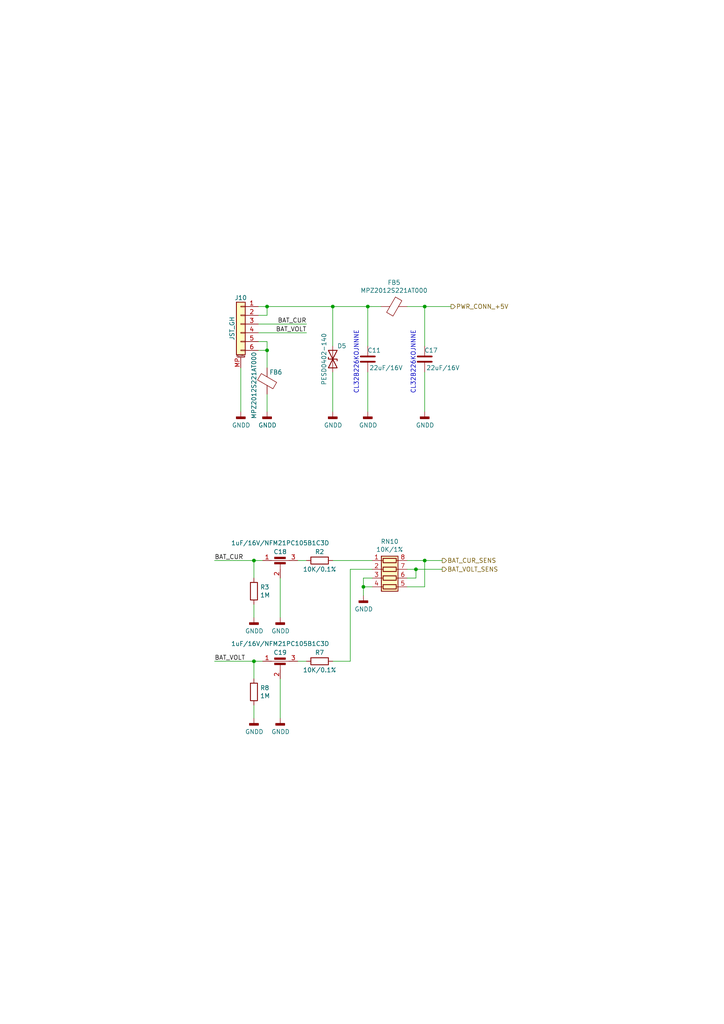
<source format=kicad_sch>
(kicad_sch (version 20211123) (generator eeschema)
  (paper "A4" portrait)
  (title_block (title "RasPi Zero NAV Hat") (date "2022-10-12") (rev "0.1") (company "chipiki.ru") (comment 1 "RasPi Zero NAV Hat") (comment 2 "Denis Tsekh"))
  (lib_symbols
    (symbol "Connector_Generic_MountingPin:Conn_01x06_MountingPin" (pin_names (offset 1.016) hide)
      (property "Reference" "J" (at 0 7.62 0))
      (property "Value" "Conn_01x06_MountingPin" (at 1.27 -10.16 0))
      (symbol "Conn_01x06_MountingPin_1_1"
        (rectangle (start -1.27 -7.493) (end 0 -7.747) (stroke (width 0.1524)))
        (rectangle (start -1.27 -4.953) (end 0 -5.207) (stroke (width 0.1524)))
        (rectangle (start -1.27 -2.413) (end 0 -2.667) (stroke (width 0.1524)))
        (rectangle (start -1.27 0.127) (end 0 -0.127) (stroke (width 0.1524)))
        (rectangle (start -1.27 2.667) (end 0 2.413) (stroke (width 0.1524)))
        (rectangle (start -1.27 5.207) (end 0 4.953) (stroke (width 0.1524)))
        (rectangle (start -1.27 6.35) (end 1.27 -8.89) (stroke (width 0.254)) (fill (type background)))
        (polyline (pts (xy -1.016 -9.652) (xy 1.016 -9.652)) (stroke (width 0.1524)))
        (text "Mounting" (at 0 -9.271 0) (effects (font (size 0.381 0.381))))
        (pin passive line (at -5.08 5.08 0) (length 3.81) (name "Pin_1") (number "1"))
        (pin passive line (at -5.08 2.54 0) (length 3.81) (name "Pin_2") (number "2"))
        (pin passive line (at -5.08 0 0) (length 3.81) (name "Pin_3") (number "3"))
        (pin passive line (at -5.08 -2.54 0) (length 3.81) (name "Pin_4") (number "4"))
        (pin passive line (at -5.08 -5.08 0) (length 3.81) (name "Pin_5") (number "5"))
        (pin passive line (at -5.08 -7.62 0) (length 3.81) (name "Pin_6") (number "6"))
        (pin passive line (at 0 -12.7 90) (length 3.048) (name "MountPin") (number "MP"))
      )
    )
    (symbol "Device:C" (pin_numbers hide) (pin_names (offset 0.254))
      (property "Reference" "C" (at 0.635 2.54 0))
      (property "Value" "C" (at 0.635 -2.54 0))
      (symbol "C_0_1"
        (polyline (pts (xy -2.032 -0.762) (xy 2.032 -0.762)) (stroke (width 0.508)))
        (polyline (pts (xy -2.032 0.762) (xy 2.032 0.762)) (stroke (width 0.508)))
      )
      (symbol "C_1_1"
        (pin passive line (at 0 3.81 270) (length 2.794) (name "~") (number "1"))
        (pin passive line (at 0 -3.81 90) (length 2.794) (name "~") (number "2"))
      )
    )
    (symbol "Device:C_Feedthrough" (pin_names (offset 0.254) hide)
      (property "Reference" "C" (at 0 7.62 0))
      (property "Value" "C_Feedthrough" (at 0 5.715 0))
      (symbol "C_Feedthrough_0_1"
        (rectangle (start -1.651 1.524) (end 1.524 2.032) (fill (type outline)))
        (polyline (pts (xy -2.54 2.54) (xy 2.54 2.54)))
        (polyline (pts (xy 0 0) (xy 0 1.778)))
        (rectangle (start 1.524 3.048) (end -1.651 3.556) (fill (type outline)))
      )
      (symbol "C_Feedthrough_1_1"
        (pin passive line (at -5.08 2.54 0) (length 2.54) (name "1") (number "1"))
        (pin passive line (at 0 -2.54 90) (length 2.54) (name "2") (number "2"))
        (pin passive line (at 5.08 2.54 180) (length 2.54) (name "3") (number "3"))
      )
    )
    (symbol "Device:D_TVS" (pin_numbers hide) (pin_names (offset 1.016) hide)
      (property "Reference" "D" (at 0 2.54 0))
      (property "Value" "D_TVS" (at 0 -2.54 0))
      (symbol "D_TVS_0_1"
        (polyline (pts (xy 1.27 0) (xy -1.27 0)))
        (polyline (pts (xy 0.508 1.27) (xy 0 1.27) (xy 0 -1.27) (xy -0.508 -1.27)) (stroke (width 0.254)))
        (polyline (pts (xy -2.54 1.27) (xy -2.54 -1.27) (xy 2.54 1.27) (xy 2.54 -1.27) (xy -2.54 1.27)) (stroke (width 0.254)))
      )
      (symbol "D_TVS_1_1"
        (pin passive line (at -3.81 0 0) (length 2.54) (name "A1") (number "1"))
        (pin passive line (at 3.81 0 180) (length 2.54) (name "A2") (number "2"))
      )
    )
    (symbol "Device:FerriteBead" (pin_numbers hide) (pin_names (offset 0))
      (property "Reference" "FB" (at -3.81 0.635 90))
      (property "Value" "FerriteBead" (at 3.81 0 90))
      (symbol "FerriteBead_0_1"
        (polyline (pts (xy 0 -1.27) (xy 0 -1.2192)))
        (polyline (pts (xy 0 1.27) (xy 0 1.2954)))
        (polyline (pts (xy -2.7686 0.4064) (xy -1.7018 2.2606) (xy 2.7686 -0.3048) (xy 1.6764 -2.159) (xy -2.7686 0.4064)))
      )
      (symbol "FerriteBead_1_1"
        (pin passive line (at 0 3.81 270) (length 2.54) (name "~") (number "1"))
        (pin passive line (at 0 -3.81 90) (length 2.54) (name "~") (number "2"))
      )
    )
    (symbol "Device:R" (pin_numbers hide) (pin_names (offset 0))
      (property "Reference" "R" (at 2.032 0 90))
      (property "Value" "R" (at 0 0 90))
      (symbol "R_0_1"
        (rectangle (start -1.016 -2.54) (end 1.016 2.54) (stroke (width 0.254)))
      )
      (symbol "R_1_1"
        (pin passive line (at 0 3.81 270) (length 1.27) (name "~") (number "1"))
        (pin passive line (at 0 -3.81 90) (length 1.27) (name "~") (number "2"))
      )
    )
    (symbol "Device:R_Pack04" (pin_names (offset 0) hide)
      (property "Reference" "RN" (at -7.62 0 90))
      (property "Value" "R_Pack04" (at 5.08 0 90))
      (symbol "R_Pack04_0_1"
        (rectangle (start -6.35 -2.413) (end 3.81 2.413) (stroke (width 0.254)) (fill (type background)))
        (rectangle (start -5.715 1.905) (end -4.445 -1.905) (stroke (width 0.254)))
        (rectangle (start -3.175 1.905) (end -1.905 -1.905) (stroke (width 0.254)))
        (rectangle (start -0.635 1.905) (end 0.635 -1.905) (stroke (width 0.254)))
        (polyline (pts (xy -5.08 -2.54) (xy -5.08 -1.905)))
        (polyline (pts (xy -5.08 1.905) (xy -5.08 2.54)))
        (polyline (pts (xy -2.54 -2.54) (xy -2.54 -1.905)))
        (polyline (pts (xy -2.54 1.905) (xy -2.54 2.54)))
        (polyline (pts (xy 0 -2.54) (xy 0 -1.905)))
        (polyline (pts (xy 0 1.905) (xy 0 2.54)))
        (polyline (pts (xy 2.54 -2.54) (xy 2.54 -1.905)))
        (polyline (pts (xy 2.54 1.905) (xy 2.54 2.54)))
        (rectangle (start 1.905 1.905) (end 3.175 -1.905) (stroke (width 0.254)))
      )
      (symbol "R_Pack04_1_1"
        (pin passive line (at -5.08 -5.08 90) (length 2.54) (name "R1.1") (number "1"))
        (pin passive line (at -2.54 -5.08 90) (length 2.54) (name "R2.1") (number "2"))
        (pin passive line (at 0 -5.08 90) (length 2.54) (name "R3.1") (number "3"))
        (pin passive line (at 2.54 -5.08 90) (length 2.54) (name "R4.1") (number "4"))
        (pin passive line (at 2.54 5.08 270) (length 2.54) (name "R4.2") (number "5"))
        (pin passive line (at 0 5.08 270) (length 2.54) (name "R3.2") (number "6"))
        (pin passive line (at -2.54 5.08 270) (length 2.54) (name "R2.2") (number "7"))
        (pin passive line (at -5.08 5.08 270) (length 2.54) (name "R1.2") (number "8"))
      )
    )
    (symbol "power:GNDD" (power) (pin_names (offset 0))
      (property "Value" "GNDD" (at 0 -3.175 0))
      (symbol "GNDD_0_1"
        (rectangle (start -1.27 -1.524) (end 1.27 -2.032) (stroke (width 0.254)) (fill (type outline)))
        (polyline (pts (xy 0 0) (xy 0 -1.524)))
      )
      (symbol "GNDD_1_1"
        (pin power_in line (at 0 0 270) (length 0) hide (name "GNDD") (number "1"))
      )
    )
  )
  (junction (at 77.47 101.6))
  (junction (at 123.19 162.56))
  (junction (at 105.41 170.18))
  (junction (at 96.52 88.9))
  (junction (at 73.66 162.56))
  (junction (at 123.19 88.9))
  (junction (at 120.65 165.1))
  (junction (at 106.68 88.9))
  (junction (at 77.47 88.9))
  (junction (at 73.66 191.77))
  (wire (pts (xy 77.47 91.44) (xy 77.47 88.9)))
  (wire (pts (xy 123.19 88.9) (xy 123.19 100.33)))
  (wire (pts (xy 74.93 96.52) (xy 88.9 96.52)))
  (wire (pts (xy 123.19 119.38) (xy 123.19 107.95)))
  (wire (pts (xy 86.36 191.77) (xy 88.9 191.77)))
  (wire (pts (xy 77.47 101.6) (xy 77.47 106.68)))
  (wire (pts (xy 96.52 88.9) (xy 96.52 100.33)))
  (wire (pts (xy 73.66 196.85) (xy 73.66 191.77)))
  (wire (pts (xy 123.19 170.18) (xy 118.11 170.18)))
  (wire (pts (xy 73.66 162.56) (xy 62.23 162.56)))
  (wire (pts (xy 118.11 88.9) (xy 123.19 88.9)))
  (wire (pts (xy 96.52 191.77) (xy 101.6 191.77)))
  (wire (pts (xy 81.28 179.07) (xy 81.28 167.64)))
  (wire (pts (xy 74.93 91.44) (xy 77.47 91.44)))
  (wire (pts (xy 73.66 191.77) (xy 62.23 191.77)))
  (wire (pts (xy 74.93 93.98) (xy 88.9 93.98)))
  (wire (pts (xy 105.41 170.18) (xy 107.95 170.18)))
  (wire (pts (xy 77.47 88.9) (xy 96.52 88.9)))
  (wire (pts (xy 76.2 191.77) (xy 73.66 191.77)))
  (wire (pts (xy 120.65 165.1) (xy 120.65 167.64)))
  (wire (pts (xy 77.47 99.06) (xy 77.47 101.6)))
  (wire (pts (xy 96.52 162.56) (xy 107.95 162.56)))
  (wire (pts (xy 106.68 119.38) (xy 106.68 107.95)))
  (wire (pts (xy 77.47 88.9) (xy 74.93 88.9)))
  (wire (pts (xy 123.19 162.56) (xy 123.19 170.18)))
  (wire (pts (xy 96.52 119.38) (xy 96.52 107.95)))
  (wire (pts (xy 101.6 191.77) (xy 101.6 165.1)))
  (wire (pts (xy 107.95 167.64) (xy 105.41 167.64)))
  (wire (pts (xy 105.41 167.64) (xy 105.41 170.18)))
  (wire (pts (xy 118.11 162.56) (xy 123.19 162.56)))
  (wire (pts (xy 76.2 162.56) (xy 73.66 162.56)))
  (wire (pts (xy 73.66 167.64) (xy 73.66 162.56)))
  (wire (pts (xy 106.68 88.9) (xy 106.68 100.33)))
  (wire (pts (xy 77.47 101.6) (xy 74.93 101.6)))
  (wire (pts (xy 96.52 88.9) (xy 106.68 88.9)))
  (wire (pts (xy 120.65 165.1) (xy 128.27 165.1)))
  (wire (pts (xy 106.68 88.9) (xy 110.49 88.9)))
  (wire (pts (xy 77.47 114.3) (xy 77.47 119.38)))
  (wire (pts (xy 73.66 204.47) (xy 73.66 208.28)))
  (wire (pts (xy 123.19 162.56) (xy 128.27 162.56)))
  (wire (pts (xy 86.36 162.56) (xy 88.9 162.56)))
  (wire (pts (xy 81.28 208.28) (xy 81.28 196.85)))
  (wire (pts (xy 74.93 99.06) (xy 77.47 99.06)))
  (wire (pts (xy 118.11 165.1) (xy 120.65 165.1)))
  (wire (pts (xy 105.41 170.18) (xy 105.41 172.72)))
  (wire (pts (xy 120.65 167.64) (xy 118.11 167.64)))
  (wire (pts (xy 101.6 165.1) (xy 107.95 165.1)))
  (wire (pts (xy 73.66 175.26) (xy 73.66 179.07)))
  (wire (pts (xy 123.19 88.9) (xy 130.81 88.9)))
  (wire (pts (xy 69.85 106.68) (xy 69.85 119.38)))
  (text "CL32B226KOJNNNE" (at 120.65 114.3 90) (effects (font (size 1.27 1.27)) (justify left bottom)))
  (text "CL32B226KOJNNNE" (at 104.14 114.3 90) (effects (font (size 1.27 1.27)) (justify left bottom)))
  (label "BAT_VOLT" (at 88.9 96.52 180))
  (label "BAT_CUR" (at 88.9 93.98 180))
  (label "BAT_VOLT" (at 62.23 191.77 0))
  (label "BAT_CUR" (at 62.23 162.56 0))
  (hierarchical_label "BAT_VOLT_SENS" (shape output) (at 128.27 165.1 0))
  (hierarchical_label "PWR_CONN_+5V" (shape output) (at 130.81 88.9 0))
  (hierarchical_label "BAT_CUR_SENS" (shape output) (at 128.27 162.56 0))
  (symbol (lib_id "Device:R_Pack04") (at 113.03 167.64 270) (unit 1)
    (property "Reference" "RN10" (at 113.03 157.0482 90))
    (property "Value" "10K/1%" (at 113.03 159.3596 90))
    (property "Footprint" "Resistor_SMD:R_Array_Concave_4x0402" (effects hide))
  )
  (symbol (lib_id "power:GNDD") (at 105.41 172.72 0) (unit 1)
    (property "Reference" "#PWR0144" (effects hide))
    (property "Value" "GNDD" (at 105.5116 176.657 0))
  )
  (symbol (lib_id "power:GNDD") (at 77.47 119.38 0) (unit 1)
    (property "Reference" "#PWR0138" (effects hide))
    (property "Value" "GNDD" (at 77.5716 123.317 0))
  )
  (symbol (lib_id "Device:FerriteBead") (at 77.47 110.49 180) (unit 1)
    (property "Reference" "FB6" (at 80.01 107.95 0))
    (property "Value" "MPZ2012S221AT000" (at 73.66 111.76 90))
    (property "Footprint" "Inductor_SMD:L_0805_2012Metric" (effects hide))
    (property "URL" "https://www.terraelectronica.ru/product/2216794" (effects hide))
  )
  (symbol (lib_id "power:GNDD") (at 69.85 119.38 0) (unit 1)
    (property "Reference" "#PWR0139" (effects hide))
    (property "Value" "GNDD" (at 69.9516 123.317 0))
  )
  (symbol (lib_id "Device:C_Feedthrough") (at 81.28 194.31 0) (unit 1)
    (property "Reference" "C19" (at 81.28 189.23 0))
    (property "Value" "1uF/16V/NFM21PC105B1C3D" (at 81.28 186.69 0))
    (property "Footprint" "NFM21PC105B1C3D:NFM21PC105B1C3D" (effects hide))
  )
  (symbol (lib_id "power:GNDD") (at 81.28 208.28 0) (unit 1)
    (property "Reference" "#PWR0145" (effects hide))
    (property "Value" "GNDD" (at 81.3816 212.217 0))
  )
  (symbol (lib_id "Device:R") (at 73.66 200.66 0) (unit 1)
    (property "Reference" "R8" (at 75.438 199.4916 0) (effects (justify left)))
    (property "Value" "1M" (at 75.438 201.803 0) (effects (justify left)))
    (property "Footprint" "Inductor_SMD:L_0603_1608Metric" (effects hide))
  )
  (symbol (lib_id "power:GNDD") (at 73.66 208.28 0) (unit 1)
    (property "Reference" "#PWR0146" (effects hide))
    (property "Value" "GNDD" (at 73.7616 212.217 0))
  )
  (symbol (lib_id "Device:C") (at 106.68 104.14 0) (mirror y) (unit 1)
    (property "Reference" "C11" (at 110.49 101.6 0) (effects (justify left)))
    (property "Value" "22uF/16V" (at 116.84 106.68 0) (effects (justify left)))
    (property "Footprint" "Capacitor_SMD:C_1210_3225Metric" (effects hide))
    (property "URL" "https://www.terraelectronica.ru/product/1641498" (effects hide))
  )
  (symbol (lib_id "Device:D_TVS") (at 96.52 104.14 270) (unit 1)
    (property "Reference" "D5" (at 97.79 100.33 90) (effects (justify left)))
    (property "Value" "PESD0402-140" (at 93.98 104.14 0))
    (property "Footprint" "Diode_SMD:D_0402_1005Metric" (effects hide))
  )
  (symbol (lib_id "Device:FerriteBead") (at 114.3 88.9 270) (unit 1)
    (property "Reference" "FB5" (at 114.3 81.9404 90))
    (property "Value" "MPZ2012S221AT000" (at 114.3 84.2518 90))
    (property "Footprint" "Inductor_SMD:L_0805_2012Metric" (effects hide))
    (property "URL" "https://www.terraelectronica.ru/product/2216794" (effects hide))
  )
  (symbol (lib_id "power:GNDD") (at 96.52 119.38 0) (unit 1)
    (property "Reference" "#PWR0140" (effects hide))
    (property "Value" "GNDD" (at 96.6216 123.317 0))
  )
  (symbol (lib_id "Device:C_Feedthrough") (at 81.28 165.1 0) (unit 1)
    (property "Reference" "C18" (at 81.28 160.02 0))
    (property "Value" "1uF/16V/NFM21PC105B1C3D" (at 81.28 157.48 0))
    (property "Footprint" "NFM21PC105B1C3D:NFM21PC105B1C3D" (effects hide))
  )
  (symbol (lib_id "Device:R") (at 92.71 162.56 90) (unit 1)
    (property "Reference" "R2" (at 92.71 160.02 90))
    (property "Value" "10K/0.1%" (at 92.71 165.1 90))
    (property "Footprint" "Inductor_SMD:L_0603_1608Metric" (effects hide))
  )
  (symbol (lib_id "Device:R") (at 92.71 191.77 90) (unit 1)
    (property "Reference" "R7" (at 92.71 189.23 90))
    (property "Value" "10K/0.1%" (at 92.71 194.31 90))
    (property "Footprint" "Inductor_SMD:L_0603_1608Metric" (effects hide))
  )
  (symbol (lib_id "power:GNDD") (at 106.68 119.38 0) (unit 1)
    (property "Reference" "#PWR0141" (effects hide))
    (property "Value" "GNDD" (at 106.7816 123.317 0))
  )
  (symbol (lib_id "power:GNDD") (at 81.28 179.07 0) (unit 1)
    (property "Reference" "#PWR0142" (effects hide))
    (property "Value" "GNDD" (at 81.3816 183.007 0))
  )
  (symbol (lib_id "Device:R") (at 73.66 171.45 0) (unit 1)
    (property "Reference" "R3" (at 75.438 170.2816 0) (effects (justify left)))
    (property "Value" "1M" (at 75.438 172.593 0) (effects (justify left)))
    (property "Footprint" "Inductor_SMD:L_0603_1608Metric" (effects hide))
  )
  (symbol (lib_id "power:GNDD") (at 73.66 179.07 0) (unit 1)
    (property "Reference" "#PWR0143" (effects hide))
    (property "Value" "GNDD" (at 73.7616 183.007 0))
  )
  (symbol (lib_id "Device:C") (at 123.19 104.14 0) (mirror y) (unit 1)
    (property "Reference" "C17" (at 127 101.6 0) (effects (justify left)))
    (property "Value" "22uF/16V" (at 133.35 106.68 0) (effects (justify left)))
    (property "Footprint" "Capacitor_SMD:C_1210_3225Metric" (effects hide))
    (property "URL" "https://www.terraelectronica.ru/product/1641498" (effects hide))
  )
  (symbol (lib_id "power:GNDD") (at 123.19 119.38 0) (unit 1)
    (property "Reference" "#PWR0147" (effects hide))
    (property "Value" "GNDD" (at 123.2916 123.317 0))
  )
  (symbol (lib_id "Connector_Generic_MountingPin:Conn_01x06_MountingPin") (at 69.85 93.98 0) (mirror y) (unit 1)
    (property "Reference" "J10" (at 69.85 86.36 0))
    (property "Value" "JST_GH" (at 67.31 95.25 90))
    (property "Footprint" "Connector_JST:JST_GH_BM06B-GHS-TBT_1x06-1MP_P1.25mm_Vertical" (effects hide))
  )
)
</source>
